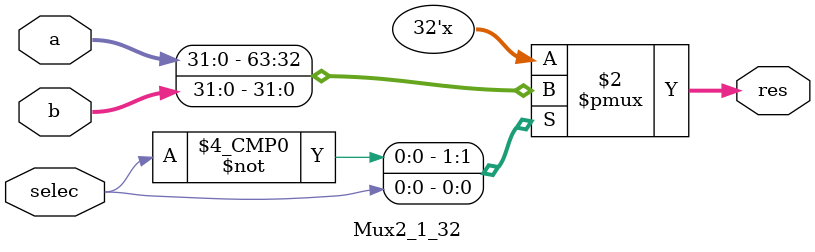
<source format=v>
module Mux2_1_32(
    input [31:0] a,
    input [31:0] b,
    input selec,
    output reg [31:0] res
);

always @*
begin
    
    case (selec)

    1'b0:
    begin
        res = a;
        
    end

    1'b1:
    begin
        res = b;
    end
    endcase

end
endmodule


</source>
